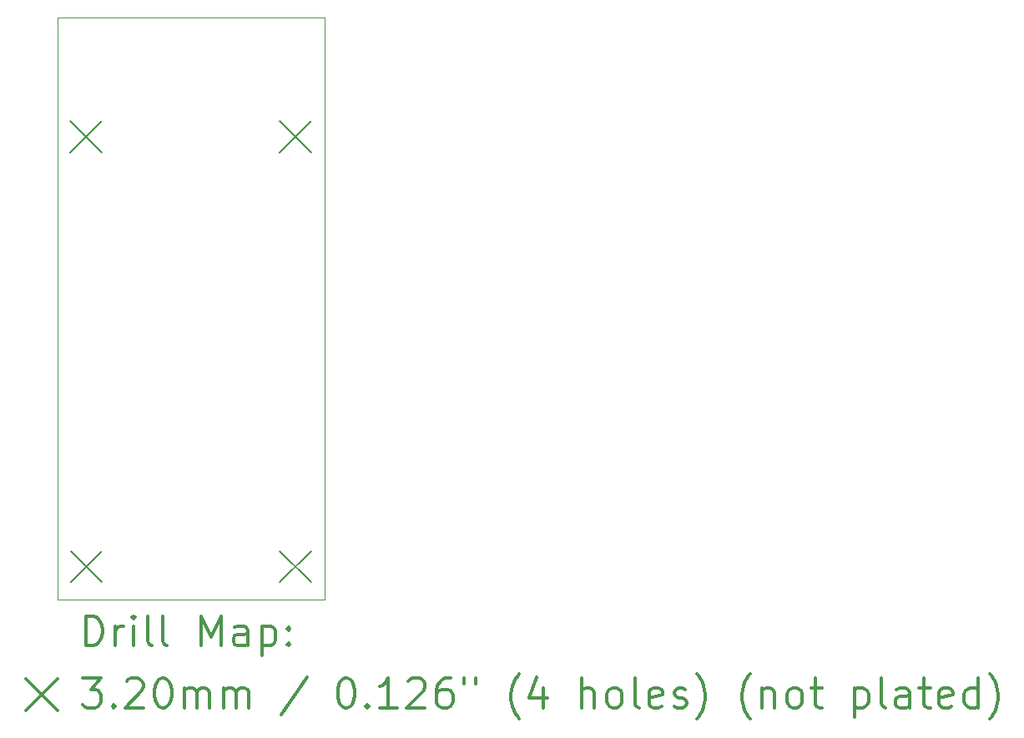
<source format=gbr>
%FSLAX45Y45*%
G04 Gerber Fmt 4.5, Leading zero omitted, Abs format (unit mm)*
G04 Created by KiCad (PCBNEW (5.1.4-0-10_14)) date 2020-02-21 16:53:22*
%MOMM*%
%LPD*%
G04 APERTURE LIST*
%ADD10C,0.050000*%
%ADD11C,0.200000*%
%ADD12C,0.300000*%
G04 APERTURE END LIST*
D10*
X0Y-5905500D02*
X12700Y-5905500D01*
X0Y0D02*
X0Y-5905500D01*
X12700Y0D02*
X0Y0D01*
X2705100Y0D02*
X12700Y0D01*
X2705100Y-5905500D02*
X2705100Y0D01*
X12700Y-5905500D02*
X2705100Y-5905500D01*
D11*
X125700Y-1048100D02*
X445700Y-1368100D01*
X445700Y-1048100D02*
X125700Y-1368100D01*
X130700Y-5411100D02*
X450700Y-5731100D01*
X450700Y-5411100D02*
X130700Y-5731100D01*
X2250700Y-1048100D02*
X2570700Y-1368100D01*
X2570700Y-1048100D02*
X2250700Y-1368100D01*
X2250700Y-5411100D02*
X2570700Y-5731100D01*
X2570700Y-5411100D02*
X2250700Y-5731100D01*
D12*
X283928Y-6373714D02*
X283928Y-6073714D01*
X355357Y-6073714D01*
X398214Y-6088000D01*
X426786Y-6116571D01*
X441071Y-6145143D01*
X455357Y-6202286D01*
X455357Y-6245143D01*
X441071Y-6302286D01*
X426786Y-6330857D01*
X398214Y-6359429D01*
X355357Y-6373714D01*
X283928Y-6373714D01*
X583928Y-6373714D02*
X583928Y-6173714D01*
X583928Y-6230857D02*
X598214Y-6202286D01*
X612500Y-6188000D01*
X641071Y-6173714D01*
X669643Y-6173714D01*
X769643Y-6373714D02*
X769643Y-6173714D01*
X769643Y-6073714D02*
X755357Y-6088000D01*
X769643Y-6102286D01*
X783928Y-6088000D01*
X769643Y-6073714D01*
X769643Y-6102286D01*
X955357Y-6373714D02*
X926786Y-6359429D01*
X912500Y-6330857D01*
X912500Y-6073714D01*
X1112500Y-6373714D02*
X1083928Y-6359429D01*
X1069643Y-6330857D01*
X1069643Y-6073714D01*
X1455357Y-6373714D02*
X1455357Y-6073714D01*
X1555357Y-6288000D01*
X1655357Y-6073714D01*
X1655357Y-6373714D01*
X1926786Y-6373714D02*
X1926786Y-6216571D01*
X1912500Y-6188000D01*
X1883928Y-6173714D01*
X1826786Y-6173714D01*
X1798214Y-6188000D01*
X1926786Y-6359429D02*
X1898214Y-6373714D01*
X1826786Y-6373714D01*
X1798214Y-6359429D01*
X1783928Y-6330857D01*
X1783928Y-6302286D01*
X1798214Y-6273714D01*
X1826786Y-6259429D01*
X1898214Y-6259429D01*
X1926786Y-6245143D01*
X2069643Y-6173714D02*
X2069643Y-6473714D01*
X2069643Y-6188000D02*
X2098214Y-6173714D01*
X2155357Y-6173714D01*
X2183928Y-6188000D01*
X2198214Y-6202286D01*
X2212500Y-6230857D01*
X2212500Y-6316571D01*
X2198214Y-6345143D01*
X2183928Y-6359429D01*
X2155357Y-6373714D01*
X2098214Y-6373714D01*
X2069643Y-6359429D01*
X2341071Y-6345143D02*
X2355357Y-6359429D01*
X2341071Y-6373714D01*
X2326786Y-6359429D01*
X2341071Y-6345143D01*
X2341071Y-6373714D01*
X2341071Y-6188000D02*
X2355357Y-6202286D01*
X2341071Y-6216571D01*
X2326786Y-6202286D01*
X2341071Y-6188000D01*
X2341071Y-6216571D01*
X-322500Y-6708000D02*
X-2500Y-7028000D01*
X-2500Y-6708000D02*
X-322500Y-7028000D01*
X255357Y-6703714D02*
X441071Y-6703714D01*
X341071Y-6818000D01*
X383928Y-6818000D01*
X412500Y-6832286D01*
X426786Y-6846571D01*
X441071Y-6875143D01*
X441071Y-6946571D01*
X426786Y-6975143D01*
X412500Y-6989429D01*
X383928Y-7003714D01*
X298214Y-7003714D01*
X269643Y-6989429D01*
X255357Y-6975143D01*
X569643Y-6975143D02*
X583928Y-6989429D01*
X569643Y-7003714D01*
X555357Y-6989429D01*
X569643Y-6975143D01*
X569643Y-7003714D01*
X698214Y-6732286D02*
X712500Y-6718000D01*
X741071Y-6703714D01*
X812500Y-6703714D01*
X841071Y-6718000D01*
X855357Y-6732286D01*
X869643Y-6760857D01*
X869643Y-6789429D01*
X855357Y-6832286D01*
X683928Y-7003714D01*
X869643Y-7003714D01*
X1055357Y-6703714D02*
X1083928Y-6703714D01*
X1112500Y-6718000D01*
X1126786Y-6732286D01*
X1141071Y-6760857D01*
X1155357Y-6818000D01*
X1155357Y-6889429D01*
X1141071Y-6946571D01*
X1126786Y-6975143D01*
X1112500Y-6989429D01*
X1083928Y-7003714D01*
X1055357Y-7003714D01*
X1026786Y-6989429D01*
X1012500Y-6975143D01*
X998214Y-6946571D01*
X983928Y-6889429D01*
X983928Y-6818000D01*
X998214Y-6760857D01*
X1012500Y-6732286D01*
X1026786Y-6718000D01*
X1055357Y-6703714D01*
X1283928Y-7003714D02*
X1283928Y-6803714D01*
X1283928Y-6832286D02*
X1298214Y-6818000D01*
X1326786Y-6803714D01*
X1369643Y-6803714D01*
X1398214Y-6818000D01*
X1412500Y-6846571D01*
X1412500Y-7003714D01*
X1412500Y-6846571D02*
X1426786Y-6818000D01*
X1455357Y-6803714D01*
X1498214Y-6803714D01*
X1526786Y-6818000D01*
X1541071Y-6846571D01*
X1541071Y-7003714D01*
X1683928Y-7003714D02*
X1683928Y-6803714D01*
X1683928Y-6832286D02*
X1698214Y-6818000D01*
X1726786Y-6803714D01*
X1769643Y-6803714D01*
X1798214Y-6818000D01*
X1812500Y-6846571D01*
X1812500Y-7003714D01*
X1812500Y-6846571D02*
X1826786Y-6818000D01*
X1855357Y-6803714D01*
X1898214Y-6803714D01*
X1926786Y-6818000D01*
X1941071Y-6846571D01*
X1941071Y-7003714D01*
X2526786Y-6689429D02*
X2269643Y-7075143D01*
X2912500Y-6703714D02*
X2941071Y-6703714D01*
X2969643Y-6718000D01*
X2983928Y-6732286D01*
X2998214Y-6760857D01*
X3012500Y-6818000D01*
X3012500Y-6889429D01*
X2998214Y-6946571D01*
X2983928Y-6975143D01*
X2969643Y-6989429D01*
X2941071Y-7003714D01*
X2912500Y-7003714D01*
X2883928Y-6989429D01*
X2869643Y-6975143D01*
X2855357Y-6946571D01*
X2841071Y-6889429D01*
X2841071Y-6818000D01*
X2855357Y-6760857D01*
X2869643Y-6732286D01*
X2883928Y-6718000D01*
X2912500Y-6703714D01*
X3141071Y-6975143D02*
X3155357Y-6989429D01*
X3141071Y-7003714D01*
X3126786Y-6989429D01*
X3141071Y-6975143D01*
X3141071Y-7003714D01*
X3441071Y-7003714D02*
X3269643Y-7003714D01*
X3355357Y-7003714D02*
X3355357Y-6703714D01*
X3326786Y-6746571D01*
X3298214Y-6775143D01*
X3269643Y-6789429D01*
X3555357Y-6732286D02*
X3569643Y-6718000D01*
X3598214Y-6703714D01*
X3669643Y-6703714D01*
X3698214Y-6718000D01*
X3712500Y-6732286D01*
X3726786Y-6760857D01*
X3726786Y-6789429D01*
X3712500Y-6832286D01*
X3541071Y-7003714D01*
X3726786Y-7003714D01*
X3983928Y-6703714D02*
X3926786Y-6703714D01*
X3898214Y-6718000D01*
X3883928Y-6732286D01*
X3855357Y-6775143D01*
X3841071Y-6832286D01*
X3841071Y-6946571D01*
X3855357Y-6975143D01*
X3869643Y-6989429D01*
X3898214Y-7003714D01*
X3955357Y-7003714D01*
X3983928Y-6989429D01*
X3998214Y-6975143D01*
X4012500Y-6946571D01*
X4012500Y-6875143D01*
X3998214Y-6846571D01*
X3983928Y-6832286D01*
X3955357Y-6818000D01*
X3898214Y-6818000D01*
X3869643Y-6832286D01*
X3855357Y-6846571D01*
X3841071Y-6875143D01*
X4126786Y-6703714D02*
X4126786Y-6760857D01*
X4241071Y-6703714D02*
X4241071Y-6760857D01*
X4683928Y-7118000D02*
X4669643Y-7103714D01*
X4641071Y-7060857D01*
X4626786Y-7032286D01*
X4612500Y-6989429D01*
X4598214Y-6918000D01*
X4598214Y-6860857D01*
X4612500Y-6789429D01*
X4626786Y-6746571D01*
X4641071Y-6718000D01*
X4669643Y-6675143D01*
X4683928Y-6660857D01*
X4926786Y-6803714D02*
X4926786Y-7003714D01*
X4855357Y-6689429D02*
X4783928Y-6903714D01*
X4969643Y-6903714D01*
X5312500Y-7003714D02*
X5312500Y-6703714D01*
X5441071Y-7003714D02*
X5441071Y-6846571D01*
X5426786Y-6818000D01*
X5398214Y-6803714D01*
X5355357Y-6803714D01*
X5326786Y-6818000D01*
X5312500Y-6832286D01*
X5626786Y-7003714D02*
X5598214Y-6989429D01*
X5583928Y-6975143D01*
X5569643Y-6946571D01*
X5569643Y-6860857D01*
X5583928Y-6832286D01*
X5598214Y-6818000D01*
X5626786Y-6803714D01*
X5669643Y-6803714D01*
X5698214Y-6818000D01*
X5712500Y-6832286D01*
X5726786Y-6860857D01*
X5726786Y-6946571D01*
X5712500Y-6975143D01*
X5698214Y-6989429D01*
X5669643Y-7003714D01*
X5626786Y-7003714D01*
X5898214Y-7003714D02*
X5869643Y-6989429D01*
X5855357Y-6960857D01*
X5855357Y-6703714D01*
X6126786Y-6989429D02*
X6098214Y-7003714D01*
X6041071Y-7003714D01*
X6012500Y-6989429D01*
X5998214Y-6960857D01*
X5998214Y-6846571D01*
X6012500Y-6818000D01*
X6041071Y-6803714D01*
X6098214Y-6803714D01*
X6126786Y-6818000D01*
X6141071Y-6846571D01*
X6141071Y-6875143D01*
X5998214Y-6903714D01*
X6255357Y-6989429D02*
X6283928Y-7003714D01*
X6341071Y-7003714D01*
X6369643Y-6989429D01*
X6383928Y-6960857D01*
X6383928Y-6946571D01*
X6369643Y-6918000D01*
X6341071Y-6903714D01*
X6298214Y-6903714D01*
X6269643Y-6889429D01*
X6255357Y-6860857D01*
X6255357Y-6846571D01*
X6269643Y-6818000D01*
X6298214Y-6803714D01*
X6341071Y-6803714D01*
X6369643Y-6818000D01*
X6483928Y-7118000D02*
X6498214Y-7103714D01*
X6526786Y-7060857D01*
X6541071Y-7032286D01*
X6555357Y-6989429D01*
X6569643Y-6918000D01*
X6569643Y-6860857D01*
X6555357Y-6789429D01*
X6541071Y-6746571D01*
X6526786Y-6718000D01*
X6498214Y-6675143D01*
X6483928Y-6660857D01*
X7026786Y-7118000D02*
X7012500Y-7103714D01*
X6983928Y-7060857D01*
X6969643Y-7032286D01*
X6955357Y-6989429D01*
X6941071Y-6918000D01*
X6941071Y-6860857D01*
X6955357Y-6789429D01*
X6969643Y-6746571D01*
X6983928Y-6718000D01*
X7012500Y-6675143D01*
X7026786Y-6660857D01*
X7141071Y-6803714D02*
X7141071Y-7003714D01*
X7141071Y-6832286D02*
X7155357Y-6818000D01*
X7183928Y-6803714D01*
X7226786Y-6803714D01*
X7255357Y-6818000D01*
X7269643Y-6846571D01*
X7269643Y-7003714D01*
X7455357Y-7003714D02*
X7426786Y-6989429D01*
X7412500Y-6975143D01*
X7398214Y-6946571D01*
X7398214Y-6860857D01*
X7412500Y-6832286D01*
X7426786Y-6818000D01*
X7455357Y-6803714D01*
X7498214Y-6803714D01*
X7526786Y-6818000D01*
X7541071Y-6832286D01*
X7555357Y-6860857D01*
X7555357Y-6946571D01*
X7541071Y-6975143D01*
X7526786Y-6989429D01*
X7498214Y-7003714D01*
X7455357Y-7003714D01*
X7641071Y-6803714D02*
X7755357Y-6803714D01*
X7683928Y-6703714D02*
X7683928Y-6960857D01*
X7698214Y-6989429D01*
X7726786Y-7003714D01*
X7755357Y-7003714D01*
X8083928Y-6803714D02*
X8083928Y-7103714D01*
X8083928Y-6818000D02*
X8112500Y-6803714D01*
X8169643Y-6803714D01*
X8198214Y-6818000D01*
X8212500Y-6832286D01*
X8226786Y-6860857D01*
X8226786Y-6946571D01*
X8212500Y-6975143D01*
X8198214Y-6989429D01*
X8169643Y-7003714D01*
X8112500Y-7003714D01*
X8083928Y-6989429D01*
X8398214Y-7003714D02*
X8369643Y-6989429D01*
X8355357Y-6960857D01*
X8355357Y-6703714D01*
X8641071Y-7003714D02*
X8641071Y-6846571D01*
X8626786Y-6818000D01*
X8598214Y-6803714D01*
X8541071Y-6803714D01*
X8512500Y-6818000D01*
X8641071Y-6989429D02*
X8612500Y-7003714D01*
X8541071Y-7003714D01*
X8512500Y-6989429D01*
X8498214Y-6960857D01*
X8498214Y-6932286D01*
X8512500Y-6903714D01*
X8541071Y-6889429D01*
X8612500Y-6889429D01*
X8641071Y-6875143D01*
X8741071Y-6803714D02*
X8855357Y-6803714D01*
X8783928Y-6703714D02*
X8783928Y-6960857D01*
X8798214Y-6989429D01*
X8826786Y-7003714D01*
X8855357Y-7003714D01*
X9069643Y-6989429D02*
X9041071Y-7003714D01*
X8983928Y-7003714D01*
X8955357Y-6989429D01*
X8941071Y-6960857D01*
X8941071Y-6846571D01*
X8955357Y-6818000D01*
X8983928Y-6803714D01*
X9041071Y-6803714D01*
X9069643Y-6818000D01*
X9083928Y-6846571D01*
X9083928Y-6875143D01*
X8941071Y-6903714D01*
X9341071Y-7003714D02*
X9341071Y-6703714D01*
X9341071Y-6989429D02*
X9312500Y-7003714D01*
X9255357Y-7003714D01*
X9226786Y-6989429D01*
X9212500Y-6975143D01*
X9198214Y-6946571D01*
X9198214Y-6860857D01*
X9212500Y-6832286D01*
X9226786Y-6818000D01*
X9255357Y-6803714D01*
X9312500Y-6803714D01*
X9341071Y-6818000D01*
X9455357Y-7118000D02*
X9469643Y-7103714D01*
X9498214Y-7060857D01*
X9512500Y-7032286D01*
X9526786Y-6989429D01*
X9541071Y-6918000D01*
X9541071Y-6860857D01*
X9526786Y-6789429D01*
X9512500Y-6746571D01*
X9498214Y-6718000D01*
X9469643Y-6675143D01*
X9455357Y-6660857D01*
M02*

</source>
